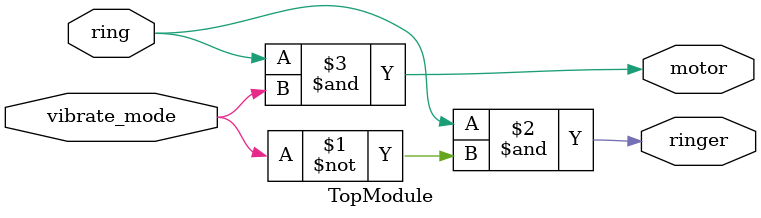
<source format=sv>

module TopModule (
  input ring,
  input vibrate_mode,
  output ringer,
  output motor
);
assign ringer = ring & ~vibrate_mode;
assign motor = ring & vibrate_mode;

endmodule

</source>
